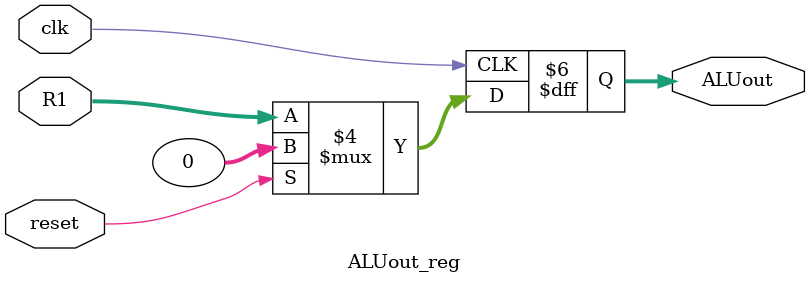
<source format=v>
`timescale 1ns / 1ps
module ALUout_reg(ALUout,R1,reset,clk);
output 	reg[31:0]		ALUout;
input 	[31:0]		R1;
input 					reset,clk;

initial begin ALUout = 0; end
always@(posedge clk)
begin
if (reset) begin ALUout <= 0; end
else begin ALUout <= R1; end
end

endmodule

</source>
